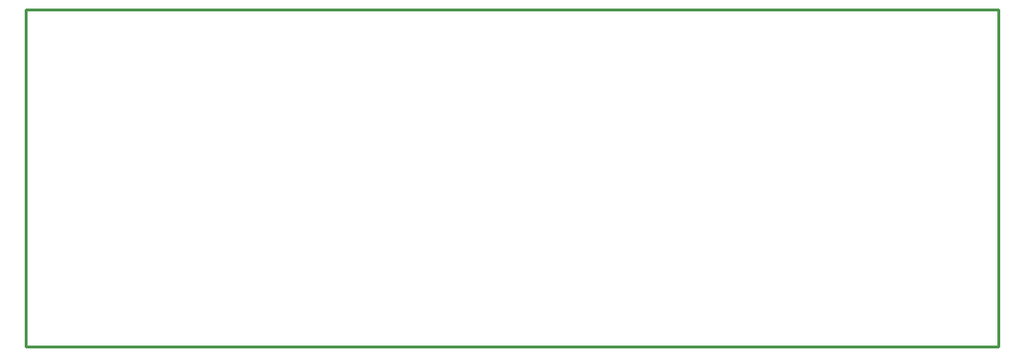
<source format=gm1>
G04*
G04 #@! TF.GenerationSoftware,Altium Limited,Altium Designer,21.7.2 (23)*
G04*
G04 Layer_Color=16711935*
%FSLAX25Y25*%
%MOIN*%
G70*
G04*
G04 #@! TF.SameCoordinates,6DFCDF27-08A9-4E5E-AB17-D276871F0FC1*
G04*
G04*
G04 #@! TF.FilePolarity,Positive*
G04*
G01*
G75*
%ADD10C,0.01000*%
D10*
X362000Y13000D02*
Y131110D01*
X21000Y13000D02*
X362000D01*
X21000Y131110D02*
X362000D01*
X21000Y13000D02*
Y131110D01*
M02*

</source>
